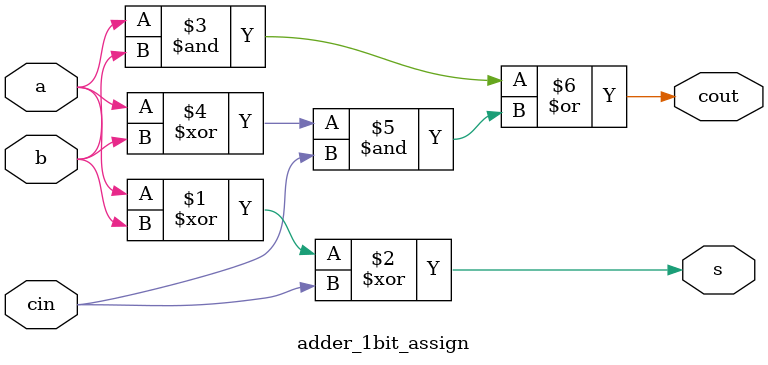
<source format=v>
module adder_1bit_assign(
	input a, b, cin,
	output s, cout);
	
	assign s = a ^ b ^ cin;
	assign cout = a & b | (a ^ b) & cin;
	
endmodule

</source>
